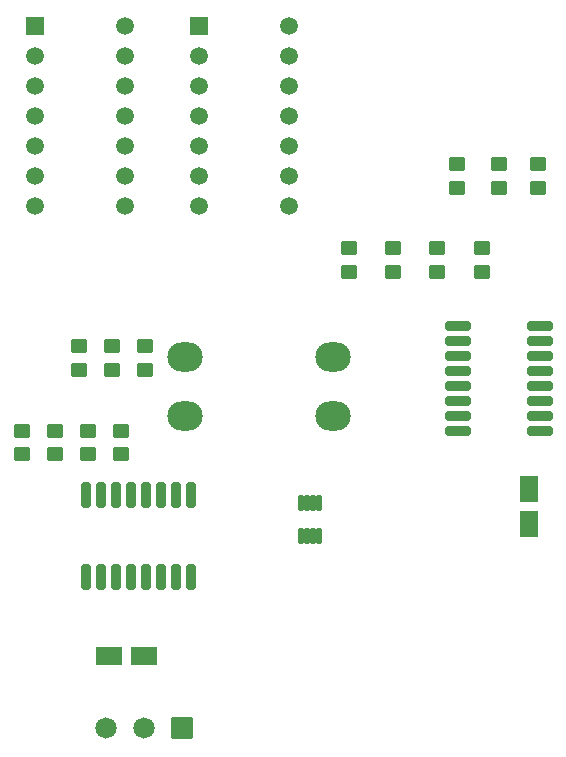
<source format=gbr>
%TF.GenerationSoftware,KiCad,Pcbnew,7.0.9*%
%TF.CreationDate,2023-12-30T23:58:47+01:00*%
%TF.ProjectId,Counter,436f756e-7465-4722-9e6b-696361645f70,rev?*%
%TF.SameCoordinates,Original*%
%TF.FileFunction,Soldermask,Top*%
%TF.FilePolarity,Negative*%
%FSLAX46Y46*%
G04 Gerber Fmt 4.6, Leading zero omitted, Abs format (unit mm)*
G04 Created by KiCad (PCBNEW 7.0.9) date 2023-12-30 23:58:47*
%MOMM*%
%LPD*%
G01*
G04 APERTURE LIST*
G04 Aperture macros list*
%AMRoundRect*
0 Rectangle with rounded corners*
0 $1 Rounding radius*
0 $2 $3 $4 $5 $6 $7 $8 $9 X,Y pos of 4 corners*
0 Add a 4 corners polygon primitive as box body*
4,1,4,$2,$3,$4,$5,$6,$7,$8,$9,$2,$3,0*
0 Add four circle primitives for the rounded corners*
1,1,$1+$1,$2,$3*
1,1,$1+$1,$4,$5*
1,1,$1+$1,$6,$7*
1,1,$1+$1,$8,$9*
0 Add four rect primitives between the rounded corners*
20,1,$1+$1,$2,$3,$4,$5,0*
20,1,$1+$1,$4,$5,$6,$7,0*
20,1,$1+$1,$6,$7,$8,$9,0*
20,1,$1+$1,$8,$9,$2,$3,0*%
G04 Aperture macros list end*
%ADD10RoundRect,0.250000X0.450000X-0.350000X0.450000X0.350000X-0.450000X0.350000X-0.450000X-0.350000X0*%
%ADD11R,2.200000X1.600000*%
%ADD12RoundRect,0.102000X0.802500X0.802500X-0.802500X0.802500X-0.802500X-0.802500X0.802500X-0.802500X0*%
%ADD13C,1.809000*%
%ADD14R,1.500000X1.500000*%
%ADD15C,1.500000*%
%ADD16RoundRect,0.150800X-0.936200X-0.256200X0.936200X-0.256200X0.936200X0.256200X-0.936200X0.256200X0*%
%ADD17O,3.000000X2.500000*%
%ADD18R,1.600000X2.200000*%
%ADD19RoundRect,0.110100X0.126900X-0.551900X0.126900X0.551900X-0.126900X0.551900X-0.126900X-0.551900X0*%
%ADD20RoundRect,0.150800X0.256200X-0.936200X0.256200X0.936200X-0.256200X0.936200X-0.256200X-0.936200X0*%
G04 APERTURE END LIST*
D10*
%TO.C,R6*%
X109476662Y-95120000D03*
X109476662Y-93120000D03*
%TD*%
D11*
%TO.C,C3*%
X109220000Y-119380000D03*
X112220000Y-119380000D03*
%TD*%
D10*
%TO.C,R8*%
X101859735Y-102292315D03*
X101859735Y-100292315D03*
%TD*%
%TO.C,R16*%
X142240000Y-79740000D03*
X142240000Y-77740000D03*
%TD*%
D12*
%TO.C,SW2*%
X115385455Y-125473931D03*
D13*
X112185455Y-125473931D03*
X108985455Y-125473931D03*
%TD*%
D10*
%TO.C,R13*%
X133307174Y-86838199D03*
X133307174Y-84838199D03*
%TD*%
D14*
%TO.C,U3*%
X103012500Y-66040000D03*
D15*
X103012500Y-68580000D03*
X103012500Y-71120000D03*
X103012500Y-73660000D03*
X103012500Y-76200000D03*
X103012500Y-78740000D03*
X103012500Y-81280000D03*
X110632500Y-81280000D03*
X110632500Y-78740000D03*
X110632500Y-76200000D03*
X110632500Y-73660000D03*
X110632500Y-71120000D03*
X110632500Y-68580000D03*
X110632500Y-66040000D03*
%TD*%
D10*
%TO.C,R3*%
X107453067Y-102292315D03*
X107453067Y-100292315D03*
%TD*%
%TO.C,R11*%
X140797572Y-86838199D03*
X140797572Y-84838199D03*
%TD*%
%TO.C,R12*%
X137052373Y-86838199D03*
X137052373Y-84838199D03*
%TD*%
%TO.C,R15*%
X145573731Y-79740000D03*
X145573731Y-77740000D03*
%TD*%
D14*
%TO.C,U4*%
X116840000Y-66040000D03*
D15*
X116840000Y-68580000D03*
X116840000Y-71120000D03*
X116840000Y-73660000D03*
X116840000Y-76200000D03*
X116840000Y-78740000D03*
X116840000Y-81280000D03*
X124460000Y-81280000D03*
X124460000Y-78740000D03*
X124460000Y-76200000D03*
X124460000Y-73660000D03*
X124460000Y-71120000D03*
X124460000Y-68580000D03*
X124460000Y-66040000D03*
%TD*%
D10*
%TO.C,R14*%
X129561975Y-86838199D03*
X129561975Y-84838199D03*
%TD*%
D16*
%TO.C,U9*%
X138781137Y-91425009D03*
X138781137Y-92695009D03*
X138781137Y-93965009D03*
X138781137Y-95235009D03*
X138781137Y-96505009D03*
X138781137Y-97775009D03*
X138781137Y-99045009D03*
X138781137Y-100315009D03*
X145711137Y-100315009D03*
X145711137Y-99045009D03*
X145711137Y-97775009D03*
X145711137Y-96505009D03*
X145711137Y-95235009D03*
X145711137Y-93965009D03*
X145711137Y-92695009D03*
X145711137Y-91425009D03*
%TD*%
D17*
%TO.C,SW1*%
X115670000Y-94020000D03*
X128170000Y-94020000D03*
X115670000Y-99020000D03*
X128170000Y-99020000D03*
%TD*%
D10*
%TO.C,R9*%
X104656401Y-102292315D03*
X104656401Y-100292315D03*
%TD*%
D18*
%TO.C,C4*%
X144780000Y-105180000D03*
X144780000Y-108180000D03*
%TD*%
D19*
%TO.C,U5*%
X125500000Y-109220000D03*
X126000000Y-109220000D03*
X126500000Y-109220000D03*
X127000000Y-109220000D03*
X127000000Y-106410000D03*
X126500000Y-106410000D03*
X126000000Y-106410000D03*
X125500000Y-106410000D03*
%TD*%
D20*
%TO.C,U8*%
X107315000Y-112685000D03*
X108585000Y-112685000D03*
X109855000Y-112685000D03*
X111125000Y-112685000D03*
X112395000Y-112685000D03*
X113665000Y-112685000D03*
X114935000Y-112685000D03*
X116205000Y-112685000D03*
X116205000Y-105755000D03*
X114935000Y-105755000D03*
X113665000Y-105755000D03*
X112395000Y-105755000D03*
X111125000Y-105755000D03*
X109855000Y-105755000D03*
X108585000Y-105755000D03*
X107315000Y-105755000D03*
%TD*%
D10*
%TO.C,R4*%
X110249733Y-102292315D03*
X110249733Y-100292315D03*
%TD*%
%TO.C,R5*%
X106679996Y-95120000D03*
X106679996Y-93120000D03*
%TD*%
%TO.C,R7*%
X112273332Y-95120000D03*
X112273332Y-93120000D03*
%TD*%
%TO.C,R10*%
X138747519Y-79740000D03*
X138747519Y-77740000D03*
%TD*%
M02*

</source>
